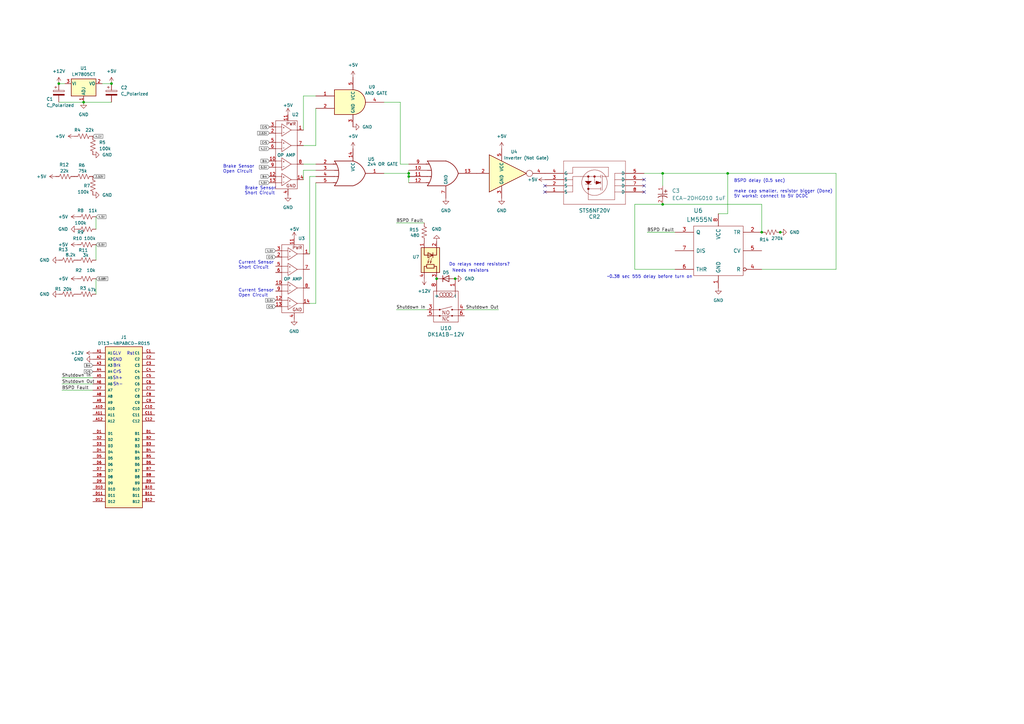
<source format=kicad_sch>
(kicad_sch (version 20230121) (generator eeschema)
  (paper "A3")
  (lib_symbols
    (symbol "1FS_2_Global_Symbol_Library:ECA-2DHG010" (pin_names (offset 0.254))
      (property "Reference" "C" (at 3.81 3.81 0))
      (property "Value" "ECA-2DHG010" (at 3.81 -3.81 0))
      (symbol "ECA-2DHG010_1_1"
        (polyline (pts (xy 1.5748 1.27) (xy 2.8448 1.27)) (stroke (width 0.2032)))
        (polyline (pts (xy 2.2098 0.635) (xy 2.2098 1.905)) (stroke (width 0.2032)))
        (polyline (pts (xy 2.54 0) (xy 3.4798 0)) (stroke (width 0.2032)))
        (polyline (pts (xy 3.4798 -1.905) (xy 3.4798 1.905)) (stroke (width 0.2032)))
        (polyline (pts (xy 4.1148 0) (xy 5.08 0)) (stroke (width 0.2032)))
        (arc (start 4.7541 1.9108) (mid 4.1148 0) (end 4.7541 -1.9108) (stroke (width 0.254)))
        (pin unspecified line (at 0 0 0) (length 2.54) (name "") (number "1"))
        (pin unspecified line (at 7.62 0 180) (length 2.54) (name "") (number "2"))
      )
      (symbol "ECA-2DHG010_1_2"
        (polyline (pts (xy -1.905 -3.4798) (xy 1.905 -3.4798)) (stroke (width 0.2032)))
        (polyline (pts (xy 0 -4.1148) (xy 0 -5.08)) (stroke (width 0.2032)))
        (polyline (pts (xy 0 -2.54) (xy 0 -3.4798)) (stroke (width 0.2032)))
        (polyline (pts (xy 0.635 -2.2098) (xy 1.905 -2.2098)) (stroke (width 0.2032)))
        (polyline (pts (xy 1.27 -1.5748) (xy 1.27 -2.8448)) (stroke (width 0.2032)))
        (arc (start 1.9108 -4.7541) (mid 0 -4.1148) (end -1.9108 -4.7541) (stroke (width 0.254)))
        (pin unspecified line (at 0 0 270) (length 2.54) (name "1") (number "1"))
        (pin unspecified line (at 0 -7.62 90) (length 2.54) (name "2") (number "2"))
      )
    )
    (symbol "1_ACC_BOARD:STS6NF20V" (pin_names (offset 0.254))
      (property "Reference" "CR" (at 20.32 10.16 0))
      (property "Value" "STS6NF20V" (at 20.32 7.62 0))
      (symbol "STS6NF20V_0_1"
        (polyline (pts (xy 7.62 -12.7) (xy 33.02 -12.7)) (stroke (width 0.127)))
        (polyline (pts (xy 7.62 -5.08) (xy 11.43 -5.08)) (stroke (width 0.127)))
        (polyline (pts (xy 7.62 -2.54) (xy 11.43 -2.54)) (stroke (width 0.127)))
        (polyline (pts (xy 7.62 0) (xy 11.43 0)) (stroke (width 0.127)))
        (polyline (pts (xy 7.62 5.08) (xy 7.62 -12.7)) (stroke (width 0.127)))
        (polyline (pts (xy 11.43 -10.16) (xy 11.43 -7.62)) (stroke (width 0.127)))
        (polyline (pts (xy 11.43 -7.62) (xy 7.62 -7.62)) (stroke (width 0.127)))
        (polyline (pts (xy 11.43 -6.35) (xy 14.605 -6.35)) (stroke (width 0.127)))
        (polyline (pts (xy 11.43 0) (xy 11.43 -6.35)) (stroke (width 0.127)))
        (polyline (pts (xy 16.51 -4.445) (xy 17.78 -3.175)) (stroke (width 0.127)))
        (polyline (pts (xy 16.51 -4.445) (xy 19.05 -4.445)) (stroke (width 0.127)))
        (polyline (pts (xy 16.51 -3.175) (xy 19.05 -3.175)) (stroke (width 0.127)))
        (polyline (pts (xy 17.78 -6.35) (xy 17.78 3.175)) (stroke (width 0.127)))
        (polyline (pts (xy 17.78 3.175) (xy 28.575 3.175)) (stroke (width 0.127)))
        (polyline (pts (xy 19.05 -4.445) (xy 17.78 -3.175)) (stroke (width 0.127)))
        (polyline (pts (xy 20.32 -3.81) (xy 20.32 -6.35)) (stroke (width 0.127)))
        (polyline (pts (xy 20.32 -3.81) (xy 22.86 -3.81)) (stroke (width 0.127)))
        (polyline (pts (xy 20.955 -4.445) (xy 22.86 -3.81)) (stroke (width 0.127)))
        (polyline (pts (xy 20.955 -3.175) (xy 20.955 -4.445)) (stroke (width 0.127)))
        (polyline (pts (xy 22.86 -6.985) (xy 22.86 -5.715)) (stroke (width 0.127)))
        (polyline (pts (xy 22.86 -6.35) (xy 14.605 -6.35)) (stroke (width 0.127)))
        (polyline (pts (xy 22.86 -4.445) (xy 22.86 -3.175)) (stroke (width 0.127)))
        (polyline (pts (xy 22.86 -3.81) (xy 20.955 -3.175)) (stroke (width 0.127)))
        (polyline (pts (xy 22.86 -1.905) (xy 22.86 -0.635)) (stroke (width 0.127)))
        (polyline (pts (xy 22.86 -1.27) (xy 17.78 -1.27)) (stroke (width 0.127)))
        (polyline (pts (xy 23.495 -6.35) (xy 26.035 -6.35)) (stroke (width 0.127)))
        (polyline (pts (xy 23.495 -0.635) (xy 23.495 -6.985)) (stroke (width 0.127)))
        (polyline (pts (xy 26.035 -10.16) (xy 11.43 -10.16)) (stroke (width 0.127)))
        (polyline (pts (xy 26.035 -6.35) (xy 26.035 -10.16)) (stroke (width 0.127)))
        (polyline (pts (xy 28.575 -7.62) (xy 33.02 -7.62)) (stroke (width 0.127)))
        (polyline (pts (xy 28.575 3.175) (xy 28.575 -7.62)) (stroke (width 0.127)))
        (polyline (pts (xy 33.02 -12.7) (xy 33.02 5.08)) (stroke (width 0.127)))
        (polyline (pts (xy 33.02 -5.08) (xy 28.575 -5.08)) (stroke (width 0.127)))
        (polyline (pts (xy 33.02 -2.54) (xy 28.575 -2.54)) (stroke (width 0.127)))
        (polyline (pts (xy 33.02 0) (xy 28.575 0)) (stroke (width 0.127)))
        (polyline (pts (xy 33.02 5.08) (xy 7.62 5.08)) (stroke (width 0.127)))
        (polyline (pts (xy 16.51 -4.445) (xy 17.78 -3.175) (xy 19.05 -4.445)) (fill (type outline)))
        (polyline (pts (xy 20.955 -3.175) (xy 20.955 -4.445) (xy 22.86 -3.81)) (fill (type outline)))
        (circle (center 17.78 -6.35) (radius 0.254) (stroke (width 0.381)))
        (circle (center 17.78 -1.27) (radius 0.254) (stroke (width 0.381)))
        (circle (center 20.32 -6.35) (radius 0.254) (stroke (width 0.381)))
        (circle (center 20.32 -3.81) (radius 5.2324) (stroke (width 0.127)))
        (pin unspecified line (at 0 0 0) (length 7.62) (name "S") (number "1"))
        (pin unspecified line (at 0 -2.54 0) (length 7.62) (name "S") (number "2"))
        (pin unspecified line (at 0 -5.08 0) (length 7.62) (name "S") (number "3"))
        (pin unspecified line (at 0 -7.62 0) (length 7.62) (name "G") (number "4"))
        (pin unspecified line (at 40.64 -7.62 180) (length 7.62) (name "D") (number "5"))
        (pin unspecified line (at 40.64 -5.08 180) (length 7.62) (name "D") (number "6"))
        (pin unspecified line (at 40.64 -2.54 180) (length 7.62) (name "D") (number "7"))
        (pin unspecified line (at 40.64 0 180) (length 7.62) (name "D") (number "8"))
      )
    )
    (symbol "1_Personal_FS_Library:4_Set_OpAmp"
      (property "Reference" "U" (at 0 0 0))
      (symbol "4_Set_OpAmp_0_1"
        (rectangle (start -5.08 13.97) (end 3.81 -13.97))
        (polyline (pts (xy -5.08 -11.43) (xy -2.54 -11.43)))
        (polyline (pts (xy -5.08 -8.89) (xy -2.54 -8.89)))
        (polyline (pts (xy -5.08 -5.08) (xy -2.54 -5.08)))
        (polyline (pts (xy -5.08 2.54) (xy -2.54 2.54)))
        (polyline (pts (xy -5.08 5.08) (xy -2.54 5.08)))
        (polyline (pts (xy -5.08 8.89) (xy -2.54 8.89)))
        (polyline (pts (xy -5.08 11.43) (xy -2.54 11.43)))
        (polyline (pts (xy -2.032 -11.176) (xy -1.524 -11.176)))
        (polyline (pts (xy -2.032 -4.826) (xy -1.524 -4.826)))
        (polyline (pts (xy -2.032 2.794) (xy -1.524 2.794)))
        (polyline (pts (xy -2.032 9.144) (xy -1.524 9.144)))
        (polyline (pts (xy 1.27 -10.16) (xy 3.81 -10.16)))
        (polyline (pts (xy 1.27 -3.81) (xy 3.81 -3.81)))
        (polyline (pts (xy 1.27 3.81) (xy 3.81 3.81)))
        (polyline (pts (xy 1.27 10.16) (xy 3.81 10.16)))
        (polyline (pts (xy -5.08 -2.54) (xy -2.54 -2.54) (xy -3.81 -2.54)))
        (polyline (pts (xy -2.54 -7.62) (xy 1.27 -10.16) (xy -2.54 -12.7) (xy -2.54 -7.62)))
        (polyline (pts (xy -2.54 -1.27) (xy 1.27 -3.81) (xy -2.54 -6.35) (xy -2.54 -1.27)))
        (polyline (pts (xy -2.54 6.35) (xy 1.27 3.81) (xy -2.54 1.27) (xy -2.54 6.35)))
        (polyline (pts (xy -2.54 12.7) (xy 1.27 10.16) (xy -2.54 7.62) (xy -2.54 12.7)))
        (polyline (pts (xy -1.778 -8.89) (xy -1.778 -9.398) (xy -1.778 -9.144) (xy -1.524 -9.144) (xy -2.032 -9.144) (xy -1.651 -9.144)))
        (polyline (pts (xy -1.778 -2.54) (xy -1.778 -3.048) (xy -1.778 -2.794) (xy -1.524 -2.794) (xy -2.032 -2.794) (xy -1.651 -2.794)))
        (polyline (pts (xy -1.778 5.08) (xy -1.778 4.572) (xy -1.778 4.826) (xy -1.524 4.826) (xy -2.032 4.826) (xy -1.651 4.826)))
        (polyline (pts (xy -1.778 11.43) (xy -1.778 10.922) (xy -1.778 11.176) (xy -1.524 11.176) (xy -2.032 11.176) (xy -1.651 11.176)))
      )
      (symbol "4_Set_OpAmp_1_1"
        (text "GND" (at 1.27 -12.7 0) (effects (font (size 1.27 1.27))))
        (text "PWR" (at 1.27 12.7 0) (effects (font (size 1.27 1.27))))
        (pin output line (at 6.35 10.16 180) (length 2.54) (name "") (number "1"))
        (pin input line (at -7.62 -2.54 0) (length 2.54) (name "") (number "10"))
        (pin power_in line (at 0 16.51 270) (length 2.54) (name "") (number "11"))
        (pin input line (at -7.62 -8.89 0) (length 2.54) (name "") (number "12"))
        (pin input line (at -7.62 -11.43 0) (length 2.54) (name "") (number "13"))
        (pin output line (at 6.35 -10.16 180) (length 2.54) (name "") (number "14"))
        (pin input line (at -7.62 8.89 0) (length 2.54) (name "") (number "2"))
        (pin input line (at -7.62 11.43 0) (length 2.54) (name "") (number "3"))
        (pin power_out line (at 0 -16.51 90) (length 2.54) (name "") (number "4"))
        (pin input line (at -7.62 5.08 0) (length 2.54) (name "") (number "5"))
        (pin input line (at -7.62 2.54 0) (length 2.54) (name "") (number "6"))
        (pin output line (at 6.35 3.81 180) (length 2.54) (name "") (number "7"))
        (pin output line (at 6.35 -3.81 180) (length 2.54) (name "") (number "8"))
        (pin input line (at -7.62 -5.08 0) (length 2.54) (name "") (number "9"))
      )
    )
    (symbol "1_Personal_FS_Library:CD4072BE"
      (property "Reference" "U" (at 0 0 0))
      (symbol "CD4072BE_0_1"
        (arc (start -15.24 -5.08) (mid -13.458 0) (end -15.24 5.08) (stroke (width 0.254)))
        (arc (start -7.62 -5.08) (mid -4.418 -3.202) (end -2.54 0) (stroke (width 0.254)))
        (arc (start -2.54 0) (mid -4.3929 3.2271) (end -7.62 5.08) (stroke (width 0.254)))
        (polyline (pts (xy -15.7734 -3.81) (xy -14.5034 -3.81)) (stroke (width 0.254)) (fill (type background)))
        (polyline (pts (xy -15.7734 3.81) (xy -14.5034 3.81)) (stroke (width 0.254)) (fill (type background)))
        (polyline (pts (xy -15.24 1.27) (xy -13.97 1.27)) (stroke (width 0.254)) (fill (type background)))
        (polyline (pts (xy -7.62 -5.08) (xy -15.24 -5.08)) (stroke (width 0.254)) (fill (type background)))
        (polyline (pts (xy -7.62 5.08) (xy -15.24 5.08)) (stroke (width 0.254)) (fill (type background)))
        (polyline (pts (xy 22.3266 -3.81) (xy 23.5966 -3.81)) (stroke (width 0.254)) (fill (type background)))
        (polyline (pts (xy 22.3266 3.81) (xy 23.5966 3.81)) (stroke (width 0.254)) (fill (type background)))
        (polyline (pts (xy 22.86 1.27) (xy 24.13 1.27)) (stroke (width 0.254)) (fill (type background)))
        (polyline (pts (xy 30.48 -5.08) (xy 22.86 -5.08)) (stroke (width 0.254)) (fill (type background)))
        (polyline (pts (xy 30.48 5.08) (xy 22.86 5.08)) (stroke (width 0.254)) (fill (type background)))
        (arc (start 22.86 -5.08) (mid 24.642 0) (end 22.86 5.08) (stroke (width 0.254)))
        (arc (start 30.48 -5.08) (mid 33.682 -3.202) (end 35.56 0) (stroke (width 0.254)))
        (arc (start 35.56 0) (mid 33.7071 3.2271) (end 30.48 5.08) (stroke (width 0.254)))
      )
      (symbol "CD4072BE_1_1"
        (polyline (pts (xy -15.24 -1.27) (xy -13.97 -1.27)) (stroke (width 0.254)) (fill (type outline)))
        (polyline (pts (xy -13.97 -1.27) (xy -13.589 -1.27)) (stroke (width 0.254)) (fill (type outline)))
        (polyline (pts (xy -13.97 1.27) (xy -13.589 1.27)) (stroke (width 0.254)) (fill (type outline)))
        (polyline (pts (xy 22.86 -1.27) (xy 24.13 -1.27)) (stroke (width 0.254)) (fill (type outline)))
        (polyline (pts (xy 24.13 -1.27) (xy 24.511 -1.27)) (stroke (width 0.254)) (fill (type outline)))
        (polyline (pts (xy 24.13 1.27) (xy 24.511 1.27)) (stroke (width 0.254)) (fill (type outline)))
        (pin output line (at 5.08 0 180) (length 7.62) (name "~") (number "1"))
        (pin input line (at 15.24 1.27 0) (length 7.62) (name "~") (number "10"))
        (pin input line (at 15.24 -1.27 0) (length 7.62) (name "~") (number "11"))
        (pin input line (at 15.24 -3.81 0) (length 7.62) (name "~") (number "12"))
        (pin output line (at 43.18 0 180) (length 7.62) (name "~") (number "13"))
        (pin power_in line (at -7.62 10.16 270) (length 5.08) (name "VCC") (number "14"))
        (pin input line (at -22.86 3.81 0) (length 7.62) (name "~") (number "2"))
        (pin input line (at -22.86 1.27 0) (length 7.62) (name "~") (number "3"))
        (pin input line (at -22.86 -1.27 0) (length 7.62) (name "~") (number "4"))
        (pin input line (at -22.86 -3.81 0) (length 7.62) (name "~") (number "5"))
        (pin power_in line (at 30.48 -10.16 90) (length 5.08) (name "GND") (number "7"))
        (pin input line (at 15.24 3.81 0) (length 7.62) (name "~") (number "9"))
      )
    )
    (symbol "1_Personal_FS_Library:DT13-48PABCD-R015" (pin_names (offset 1.016))
      (property "Reference" "J" (at -7.62 35.6108 0))
      (property "Value" "DT13-48PABCD-R015" (at -7.62 -38.1508 0))
      (symbol "DT13-48PABCD-R015_0_0"
        (rectangle (start -7.62 -33.02) (end 7.62 33.02) (stroke (width 0.254)) (fill (type background)))
        (pin passive line (at -12.7 30.48 0) (length 5.08) (name "A1") (number "A1"))
        (pin passive line (at -12.7 7.62 0) (length 5.08) (name "A10") (number "A10"))
        (pin passive line (at -12.7 5.08 0) (length 5.08) (name "A11") (number "A11"))
        (pin passive line (at -12.7 2.54 0) (length 5.08) (name "A12") (number "A12"))
        (pin passive line (at -12.7 27.94 0) (length 5.08) (name "A2") (number "A2"))
        (pin passive line (at -12.7 25.4 0) (length 5.08) (name "A3") (number "A3"))
        (pin passive line (at -12.7 22.86 0) (length 5.08) (name "A4") (number "A4"))
        (pin passive line (at -12.7 20.32 0) (length 5.08) (name "A5") (number "A5"))
        (pin passive line (at -12.7 17.78 0) (length 5.08) (name "A6") (number "A6"))
        (pin passive line (at -12.7 15.24 0) (length 5.08) (name "A7") (number "A7"))
        (pin passive line (at -12.7 12.7 0) (length 5.08) (name "A8") (number "A8"))
        (pin passive line (at -12.7 10.16 0) (length 5.08) (name "A9") (number "A9"))
        (pin passive line (at 12.7 -2.54 180) (length 5.08) (name "B1") (number "B1"))
        (pin passive line (at 12.7 -25.4 180) (length 5.08) (name "B10") (number "B10"))
        (pin passive line (at 12.7 -27.94 180) (length 5.08) (name "B11") (number "B11"))
        (pin passive line (at 12.7 -30.48 180) (length 5.08) (name "B12") (number "B12"))
        (pin passive line (at 12.7 -5.08 180) (length 5.08) (name "B2") (number "B2"))
        (pin passive line (at 12.7 -7.62 180) (length 5.08) (name "B3") (number "B3"))
        (pin passive line (at 12.7 -10.16 180) (length 5.08) (name "B4") (number "B4"))
        (pin passive line (at 12.7 -12.7 180) (length 5.08) (name "B5") (number "B5"))
        (pin passive line (at 12.7 -15.24 180) (length 5.08) (name "B6") (number "B6"))
        (pin passive line (at 12.7 -17.78 180) (length 5.08) (name "B7") (number "B7"))
        (pin passive line (at 12.7 -20.32 180) (length 5.08) (name "B8") (number "B8"))
        (pin passive line (at 12.7 -22.86 180) (length 5.08) (name "B9") (number "B9"))
        (pin passive line (at 12.7 30.48 180) (length 5.08) (name "C1") (number "C1"))
        (pin passive line (at 12.7 7.62 180) (length 5.08) (name "C10") (number "C10"))
        (pin passive line (at 12.7 5.08 180) (length 5.08) (name "C11") (number "C11"))
        (pin passive line (at 12.7 2.54 180) (length 5.08) (name "C12") (number "C12"))
        (pin passive line (at 12.7 27.94 180) (length 5.08) (name "C2") (number "C2"))
        (pin passive line (at 12.7 25.4 180) (length 5.08) (name "C3") (number "C3"))
        (pin passive line (at 12.7 22.86 180) (length 5.08) (name "C4") (number "C4"))
        (pin passive line (at 12.7 20.32 180) (length 5.08) (name "C5") (number "C5"))
        (pin passive line (at 12.7 17.78 180) (length 5.08) (name "C6") (number "C6"))
        (pin passive line (at 12.7 15.24 180) (length 5.08) (name "C7") (number "C7"))
        (pin passive line (at 12.7 12.7 180) (length 5.08) (name "C8") (number "C8"))
        (pin passive line (at 12.7 10.16 180) (length 5.08) (name "C9") (number "C9"))
        (pin passive line (at -12.7 -2.54 0) (length 5.08) (name "D1") (number "D1"))
        (pin passive line (at -12.7 -25.4 0) (length 5.08) (name "D10") (number "D10"))
        (pin passive line (at -12.7 -27.94 0) (length 5.08) (name "D11") (number "D11"))
        (pin passive line (at -12.7 -30.48 0) (length 5.08) (name "D12") (number "D12"))
        (pin passive line (at -12.7 -5.08 0) (length 5.08) (name "D2") (number "D2"))
        (pin passive line (at -12.7 -7.62 0) (length 5.08) (name "D3") (number "D3"))
        (pin passive line (at -12.7 -10.16 0) (length 5.08) (name "D4") (number "D4"))
        (pin passive line (at -12.7 -12.7 0) (length 5.08) (name "D5") (number "D5"))
        (pin passive line (at -12.7 -15.24 0) (length 5.08) (name "D6") (number "D6"))
        (pin passive line (at -12.7 -17.78 0) (length 5.08) (name "D7") (number "D7"))
        (pin passive line (at -12.7 -20.32 0) (length 5.08) (name "D8") (number "D8"))
        (pin passive line (at -12.7 -22.86 0) (length 5.08) (name "D9") (number "D9"))
      )
    )
    (symbol "2FS-1_Symbol Library:DK1A1B-12V" (pin_names (offset 1.016))
      (property "Reference" "U" (at -2.54 0 0))
      (property "Value" "DK1A1B-12V" (at 6.35 0 90))
      (symbol "DK1A1B-12V_0_0"
        (text "NC" (at 3.81 0 900) (effects (font (size 1.524 1.524))))
        (text "NO" (at 1.27 0 900) (effects (font (size 1.524 1.524))))
      )
      (symbol "DK1A1B-12V_0_1"
        (arc (start -6.35 -3.81) (mid -5.0855 -2.54) (end -6.35 -1.27) (stroke (width 0.1524)))
        (arc (start -6.35 -2.54) (mid -5.0855 -1.27) (end -6.35 0) (stroke (width 0.1524)))
        (arc (start -6.35 -1.27) (mid -6.9823 -1.905) (end -6.35 -2.54) (stroke (width 0.1524)))
        (arc (start -6.35 -1.27) (mid -5.0855 0) (end -6.35 1.27) (stroke (width 0.1524)))
        (arc (start -6.35 0) (mid -6.9823 -0.635) (end -6.35 -1.27) (stroke (width 0.1524)))
        (arc (start -6.35 0) (mid -5.0855 1.27) (end -6.35 2.54) (stroke (width 0.1524)))
        (arc (start -6.35 1.27) (mid -6.9823 0.635) (end -6.35 0) (stroke (width 0.1524)))
        (arc (start -6.35 1.27) (mid -5.0855 2.54) (end -6.35 3.81) (stroke (width 0.1524)))
        (arc (start -6.35 2.54) (mid -6.9823 1.905) (end -6.35 1.27) (stroke (width 0.1524)))
        (circle (center 0 -2.54) (radius 0.254) (stroke (width 0.1524)) (fill (type outline)))
        (polyline (pts (xy -7.62 -3.81) (xy -6.35 -3.81)) (stroke (width 0.1524)))
        (polyline (pts (xy -7.62 3.81) (xy -6.35 3.81)) (stroke (width 0.1524)))
        (polyline (pts (xy 0 -5.08) (xy 0 -2.54)) (stroke (width 0.1524)))
        (polyline (pts (xy 2.54 -5.08) (xy 2.54 5.08)) (stroke (width 0.1524)) (fill (type outline)))
        (polyline (pts (xy 0 5.08) (xy 0 2.54) (xy -1.27 -2.54)) (stroke (width 0.1524)))
        (circle (center 0 2.54) (radius 0.254) (stroke (width 0.1524)) (fill (type outline)))
        (circle (center 2.54 -2.54) (radius 0.254) (stroke (width 0.1524)) (fill (type outline)))
        (circle (center 2.54 2.54) (radius 0.254) (stroke (width 0.1524)) (fill (type outline)))
        (rectangle (start 5.08 5.08) (end -7.62 -5.08) (stroke (width 0.1524)))
      )
      (symbol "DK1A1B-12V_1_1"
        (pin power_in line (at -12.7 -3.81 0) (length 5.08) (name "-") (number "1"))
        (pin passive line (at 0 7.62 270) (length 2.54) (name "~") (number "3"))
        (pin passive line (at 0 -7.62 90) (length 2.54) (name "~") (number "4"))
        (pin passive line (at 2.54 7.62 270) (length 2.54) (name "~") (number "5"))
        (pin passive line (at 2.54 -7.62 90) (length 2.54) (name "~") (number "6"))
        (pin power_in line (at -12.7 3.81 0) (length 5.08) (name "+") (number "8"))
      )
    )
    (symbol "2FS-1_Symbol Library:LM555N" (pin_names (offset 1.016))
      (property "Reference" "U" (at 0 0 0))
      (property "Value" "LM555N" (at 0 2.54 0))
      (symbol "LM555N_0_0"
        (pin power_in line (at 0 -15.24 90) (length 5.08) (name "GND") (number "1"))
        (pin power_in line (at 0 15.24 270) (length 5.08) (name "VCC") (number "8"))
      )
      (symbol "LM555N_0_1"
        (rectangle (start -10.16 -10.16) (end 10.16 10.16))
      )
      (symbol "LM555N_1_1"
        (pin input line (at -17.78 7.62 0) (length 7.62) (name "TR") (number "2"))
        (pin output line (at 17.78 7.62 180) (length 7.62) (name "Q") (number "3"))
        (pin input inverted (at -17.78 -7.62 0) (length 7.62) (name "R") (number "4"))
        (pin input line (at -17.78 0 0) (length 7.62) (name "CV") (number "5"))
        (pin input line (at 17.78 -7.62 180) (length 7.62) (name "THR") (number "6"))
        (pin input line (at 17.78 0 180) (length 7.62) (name "DIS") (number "7"))
      )
    )
    (symbol "74xGxx:74AHC1G08"
      (property "Reference" "U" (at -2.54 3.81 0))
      (property "Value" "74AHC1G08" (at 0 -3.81 0))
      (symbol "74AHC1G08_0_1"
        (arc (start 0 -5.08) (mid 5.0579 0) (end 0 5.08) (stroke (width 0.254)) (fill (type background)))
        (polyline (pts (xy 0 -5.08) (xy -7.62 -5.08) (xy -7.62 5.08) (xy 0 5.08)) (stroke (width 0.254)) (fill (type background)))
      )
      (symbol "74AHC1G08_1_1"
        (pin input line (at -15.24 2.54 0) (length 7.62) (name "~") (number "1"))
        (pin input line (at -15.24 -2.54 0) (length 7.62) (name "~") (number "2"))
        (pin power_in line (at 0 -10.16 90) (length 5.08) (name "GND") (number "3"))
        (pin output line (at 12.7 0 180) (length 7.62) (name "~") (number "4"))
        (pin power_in line (at 0 10.16 270) (length 5.08) (name "VCC") (number "5"))
      )
    )
    (symbol "74xGxx:74LVC1GU04DRL"
      (property "Reference" "U" (at -5.08 10.16 0))
      (property "Value" "74LVC1GU04DRL" (at 17.78 10.16 0))
      (symbol "74LVC1GU04DRL_0_1"
        (rectangle (start -5.08 7.62) (end -5.08 -7.62) (stroke (width 0.254)) (fill (type background)))
        (polyline (pts (xy -5.08 -7.62) (xy 10.16 0) (xy -5.08 7.62)) (stroke (width 0.254)) (fill (type background)))
        (circle (center 11.43 0) (radius 1.27))
      )
      (symbol "74LVC1GU04DRL_1_1"
        (pin no_connect line (at 10.16 0 180) (length 5.08) hide (name "NC") (number "1"))
        (pin input line (at -10.16 0 0) (length 5.08) (name "~") (number "2"))
        (pin power_in line (at 0 -10.16 90) (length 5.08) (name "GND") (number "3"))
        (pin output line (at 17.78 0 180) (length 5.08) (name "~") (number "4"))
        (pin power_in line (at 0 10.16 270) (length 5.08) (name "VCC") (number "5"))
      )
    )
    (symbol "Device:C_Polarized" (pin_numbers hide) (pin_names (offset 0.254))
      (property "Reference" "C" (at 0.635 2.54 0))
      (property "Value" "C_Polarized" (at 0.635 -2.54 0))
      (symbol "C_Polarized_0_1"
        (rectangle (start -2.286 0.508) (end 2.286 1.016))
        (polyline (pts (xy -1.778 2.286) (xy -0.762 2.286)))
        (polyline (pts (xy -1.27 2.794) (xy -1.27 1.778)))
        (rectangle (start 2.286 -0.508) (end -2.286 -1.016) (fill (type outline)))
      )
      (symbol "C_Polarized_1_1"
        (pin passive line (at 0 3.81 270) (length 2.794) (name "~") (number "1"))
        (pin passive line (at 0 -3.81 90) (length 2.794) (name "~") (number "2"))
      )
    )
    (symbol "Device:D" (pin_numbers hide) (pin_names (offset 1.016) hide)
      (property "Reference" "D" (at 0 2.54 0))
      (property "Value" "D" (at 0 -2.54 0))
      (symbol "D_0_1"
        (polyline (pts (xy -1.27 1.27) (xy -1.27 -1.27)) (stroke (width 0.254)))
        (polyline (pts (xy 1.27 0) (xy -1.27 0)))
        (polyline (pts (xy 1.27 1.27) (xy 1.27 -1.27) (xy -1.27 0) (xy 1.27 1.27)) (stroke (width 0.254)))
      )
      (symbol "D_1_1"
        (pin passive line (at -3.81 0 0) (length 2.54) (name "K") (number "1"))
        (pin passive line (at 3.81 0 180) (length 2.54) (name "A") (number "2"))
      )
    )
    (symbol "Device:R_US" (pin_numbers hide) (pin_names (offset 0))
      (property "Reference" "R" (at 2.54 0 90))
      (property "Value" "R_US" (at -2.54 0 90))
      (symbol "R_US_0_1"
        (polyline (pts (xy 0 -2.286) (xy 0 -2.54)))
        (polyline (pts (xy 0 2.286) (xy 0 2.54)))
        (polyline (pts (xy 0 -0.762) (xy 1.016 -1.143) (xy 0 -1.524) (xy -1.016 -1.905) (xy 0 -2.286)))
        (polyline (pts (xy 0 0.762) (xy 1.016 0.381) (xy 0 0) (xy -1.016 -0.381) (xy 0 -0.762)))
        (polyline (pts (xy 0 2.286) (xy 1.016 1.905) (xy 0 1.524) (xy -1.016 1.143) (xy 0 0.762)))
      )
      (symbol "R_US_1_1"
        (pin passive line (at 0 3.81 270) (length 1.27) (name "~") (number "1"))
        (pin passive line (at 0 -3.81 90) (length 1.27) (name "~") (number "2"))
      )
    )
    (symbol "Isolator:NSL-32" (pin_names (offset 0.762) hide)
      (property "Reference" "U" (at 0 5.08 0))
      (property "Value" "NSL-32" (at 0 -5.08 0))
      (symbol "NSL-32_0_1"
        (rectangle (start -5.08 3.81) (end 5.08 -3.81) (stroke (width 0.254)) (fill (type background)))
        (polyline (pts (xy -5.08 2.54) (xy -2.54 2.54)) (stroke (width 0.254)))
        (polyline (pts (xy -2.794 -2.54) (xy -5.08 -2.54)) (stroke (width 0.254)))
        (polyline (pts (xy -1.016 -1.016) (xy -3.048 -1.016) (xy -3.048 -1.016)) (stroke (width 0.254)))
        (polyline (pts (xy -0.762 -0.508) (xy 1.27 0) (xy 1.27 0)))
        (polyline (pts (xy -0.762 0.508) (xy 1.27 1.016) (xy 1.27 1.016)))
        (polyline (pts (xy 2.54 -1.524) (xy 2.54 -2.54) (xy 5.08 -2.54)) (stroke (width 0.254)))
        (polyline (pts (xy 2.54 1.524) (xy 2.54 2.54) (xy 5.08 2.54)) (stroke (width 0.254)))
        (polyline (pts (xy -2.794 -2.54) (xy -2.032 -2.54) (xy -2.032 2.54) (xy -2.794 2.54)) (stroke (width 0.254)))
        (polyline (pts (xy 0.254 0) (xy 1.27 0) (xy 0.508 -0.508) (xy 0.508 -0.508)))
        (polyline (pts (xy 0.254 1.016) (xy 1.27 1.016) (xy 0.508 0.508) (xy 0.508 0.508)))
        (polyline (pts (xy -1.016 1.016) (xy -3.048 1.016) (xy -2.032 -1.016) (xy -1.016 1.016) (xy -1.016 1.016) (xy -1.016 1.016)) (stroke (width 0.254)))
        (rectangle (start 1.778 1.524) (end 3.302 -1.524) (stroke (width 0.254)))
      )
      (symbol "NSL-32_1_1"
        (pin passive line (at -7.62 2.54 0) (length 2.54) (name "A") (number "1"))
        (pin passive line (at -7.62 -2.54 0) (length 2.54) (name "K") (number "2"))
        (pin passive line (at 7.62 -2.54 180) (length 2.54) (name "R") (number "3"))
        (pin passive line (at 7.62 2.54 180) (length 2.54) (name "R") (number "4"))
      )
    )
    (symbol "Regulator_Linear:LM317_TO-252" (pin_names (offset 0.254))
      (property "Reference" "U" (at -3.81 3.175 0))
      (property "Value" "LM317_TO-252" (at 0 3.175 0))
      (symbol "LM317_TO-252_0_1"
        (rectangle (start -5.08 1.905) (end 5.08 -5.08) (stroke (width 0.254)) (fill (type background)))
      )
      (symbol "LM317_TO-252_1_1"
        (pin input line (at 0 -7.62 90) (length 2.54) (name "ADJ") (number "1"))
        (pin power_out line (at 7.62 0 180) (length 2.54) (name "VO") (number "2"))
        (pin power_in line (at -7.62 0 0) (length 2.54) (name "VI") (number "3"))
      )
    )
    (symbol "power:+12V" (power) (pin_names (offset 0))
      (property "Value" "+12V" (at 0 3.556 0))
      (symbol "+12V_0_1"
        (polyline (pts (xy -0.762 1.27) (xy 0 2.54)))
        (polyline (pts (xy 0 0) (xy 0 2.54)))
        (polyline (pts (xy 0 2.54) (xy 0.762 1.27)))
      )
      (symbol "+12V_1_1"
        (pin power_in line (at 0 0 90) (length 0) hide (name "+12V") (number "1"))
      )
    )
    (symbol "power:+5V" (power) (pin_names (offset 0))
      (property "Value" "+5V" (at 0 3.556 0))
      (symbol "+5V_0_1"
        (polyline (pts (xy -0.762 1.27) (xy 0 2.54)))
        (polyline (pts (xy 0 0) (xy 0 2.54)))
        (polyline (pts (xy 0 2.54) (xy 0.762 1.27)))
      )
      (symbol "+5V_1_1"
        (pin power_in line (at 0 0 90) (length 0) hide (name "+5V") (number "1"))
      )
    )
    (symbol "power:GND" (power) (pin_names (offset 0))
      (property "Value" "GND" (at 0 -3.81 0))
      (symbol "GND_0_1"
        (polyline (pts (xy 0 0) (xy 0 -1.27) (xy 1.27 -1.27) (xy 0 -2.54) (xy -1.27 -1.27) (xy 0 -1.27)))
      )
      (symbol "GND_1_1"
        (pin power_in line (at 0 0 270) (length 0) hide (name "GND") (number "1"))
      )
    )
  )
  (junction (at 45.72 34.29))
  (junction (at 179.07 114.3))
  (junction (at 167.64 71.12))
  (junction (at 271.78 71.12))
  (junction (at 24.13 34.29))
  (junction (at 186.69 114.3))
  (junction (at 271.78 83.82))
  (junction (at 34.29 41.91))
  (junction (at 320.04 95.25))
  (junction (at 298.45 71.12))
  (junction (at 167.64 72.39))
  (junction (at 312.42 95.25))
  (no_connect (at 264.16 76.2))
  (no_connect (at 223.52 78.74))
  (no_connect (at 223.52 76.2))
  (no_connect (at 264.16 73.66))
  (no_connect (at 264.16 78.74))
  (wire (pts (xy 260.35 110.49) (xy 276.86 110.49)))
  (wire (pts (xy 162.56 127) (xy 175.26 127)))
  (wire (pts (xy 129.54 72.39) (xy 127 72.39)))
  (wire (pts (xy 129.54 59.69) (xy 129.54 44.45)))
  (wire (pts (xy 25.4 154.94) (xy 38.1 154.94)))
  (wire (pts (xy 271.78 71.12) (xy 298.45 71.12)))
  (wire (pts (xy 298.45 71.12) (xy 342.9 71.12)))
  (wire (pts (xy 162.56 91.44) (xy 173.99 91.44)))
  (wire (pts (xy 167.64 72.39) (xy 167.64 74.93)))
  (wire (pts (xy 164.211 41.91) (xy 157.48 41.91)))
  (wire (pts (xy 129.54 69.85) (xy 124.46 69.85)))
  (wire (pts (xy 124.46 39.37) (xy 124.46 53.34)))
  (wire (pts (xy 129.54 74.93) (xy 129.54 124.46)))
  (wire (pts (xy 264.16 71.12) (xy 271.78 71.12)))
  (wire (pts (xy 129.54 124.46) (xy 127 124.46)))
  (wire (pts (xy 24.13 41.91) (xy 34.29 41.91)))
  (wire (pts (xy 298.45 71.12) (xy 298.45 87.63)))
  (wire (pts (xy 34.29 41.91) (xy 45.72 41.91)))
  (wire (pts (xy 41.91 34.29) (xy 45.72 34.29)))
  (wire (pts (xy 164.211 41.91) (xy 164.211 67.31)))
  (wire (pts (xy 124.46 59.69) (xy 129.54 59.69)))
  (wire (pts (xy 25.4 160.02) (xy 38.1 160.02)))
  (wire (pts (xy 39.37 100.33) (xy 39.37 106.68)))
  (wire (pts (xy 271.78 71.12) (xy 271.78 76.2)))
  (wire (pts (xy 124.46 67.31) (xy 129.54 67.31)))
  (wire (pts (xy 167.64 71.12) (xy 167.64 72.39)))
  (wire (pts (xy 320.04 95.25) (xy 320.04 95.123)))
  (wire (pts (xy 39.37 88.9) (xy 39.37 93.98)))
  (wire (pts (xy 39.37 114.3) (xy 39.37 120.65)))
  (wire (pts (xy 271.78 83.82) (xy 312.42 83.82)))
  (wire (pts (xy 298.45 87.63) (xy 294.64 87.63)))
  (wire (pts (xy 265.43 95.25) (xy 276.86 95.25)))
  (wire (pts (xy 342.9 110.49) (xy 342.9 71.12)))
  (wire (pts (xy 129.54 39.37) (xy 124.46 39.37)))
  (wire (pts (xy 167.64 69.85) (xy 167.64 71.12)))
  (wire (pts (xy 260.35 83.82) (xy 260.35 110.49)))
  (wire (pts (xy 157.48 71.12) (xy 167.64 71.12)))
  (wire (pts (xy 204.47 127) (xy 190.5 127)))
  (wire (pts (xy 312.42 83.82) (xy 312.42 95.25)))
  (wire (pts (xy 25.4 157.48) (xy 38.1 157.48)))
  (wire (pts (xy 312.42 110.49) (xy 342.9 110.49)))
  (wire (pts (xy 164.211 67.31) (xy 167.64 67.31)))
  (wire (pts (xy 124.46 69.85) (xy 124.46 73.66)))
  (wire (pts (xy 127 72.39) (xy 127 104.14)))
  (wire (pts (xy 260.35 83.82) (xy 271.78 83.82)))
  (wire (pts (xy 24.13 34.29) (xy 26.67 34.29)))
  (text "make cap smaller, resistor bigger (Done)\n5V works!; connect to 5V DCDC" (at 300.99 81.28 0) (effects (font (size 1.27 1.27)) (justify left bottom)))
  (text "CrS" (at 46.355 153.289 0) (effects (font (size 1.27 1.27)) (justify left bottom)))
  (text "GLV" (at 46.101 145.796 0) (effects (font (size 1.27 1.27)) (justify left bottom)))
  (text "Sh+" (at 46.228 155.829 0) (effects (font (size 1.27 1.27)) (justify left bottom)))
  (text "Brake Sensor\nShort Circuit\n" (at 100.33 80.01 0) (effects (font (size 1.27 1.27)) (justify left bottom)))
  (text "Brake Sensor\nOpen Circuit\n" (at 91.44 71.12 0) (effects (font (size 1.27 1.27)) (justify left bottom)))
  (text "Sh-" (at 46.355 158.369 0) (effects (font (size 1.27 1.27)) (justify left bottom)))
  (text "Needs resistors\n" (at 185.42 111.76 0) (effects (font (size 1.27 1.27)) (justify left bottom)))
  (text "2/12/2024" (at 504.063 404.114 0) (effects (font (size 1.27 1.27)) (justify left bottom)))
  (text "Current Sensor\nShort Circuit\n" (at 97.79 110.49 0) (effects (font (size 1.27 1.27)) (justify left bottom)))
  (text "~0.38 sec 555 delay before turn on" (at 248.92 114.3 0) (effects (font (size 1.27 1.27)) (justify left bottom)))
  (text "Brake System Plausability Device" (at 483.743 400.304 0) (effects (font (size 1.27 1.27)) (justify left bottom)))
  (text "GND" (at 46.101 148.336 0) (effects (font (size 1.27 1.27)) (justify left bottom)))
  (text "Current Sensor\nOpen Circuit\n" (at 97.79 121.92 0) (effects (font (size 1.27 1.27)) (justify left bottom)))
  (text "Do relays need resistors?\n" (at 184.15 109.22 0) (effects (font (size 1.27 1.27)) (justify left bottom)))
  (text "BSPD delay (0.5 sec)" (at 300.99 74.93 0) (effects (font (size 1.27 1.27)) (justify left bottom)))
  (text "Brk" (at 46.355 150.749 0) (effects (font (size 1.27 1.27)) (justify left bottom)))
  (text "FS2 4.0\n" (at 565.023 404.114 0) (effects (font (size 1.27 1.27)) (justify left bottom)))
  (text "Rst" (at 51.943 145.796 0) (effects (font (size 1.27 1.27)) (justify left bottom)))
  (label "BSPD Fault" (at 162.56 91.44 0))
  (label "Shutdown Out" (at 204.47 127 180))
  (label "BSPD Fault" (at 265.43 95.25 0))
  (label "BSPD Fault" (at 25.4 160.02 0))
  (label "Shutdown In" (at 25.4 154.94 0))
  (label "Shutdown In" (at 162.56 127 0))
  (label "Shutdown Out" (at 25.4 157.48 0))
  (global_label "4.5V" (shape input) (at 110.49 74.93 180) (effects (font (size 0.8 0.8))) (property "Intersheetrefs" "${INTERSHEET_REFS}" (effects hide)))
  (global_label "CrS" (shape input) (at 113.03 125.73 180) (effects (font (size 0.8 0.8))) (property "Intersheetrefs" "${INTERSHEET_REFS}" (effects hide)))
  (global_label "0.5V" (shape input) (at 39.37 100.33 0) (effects (font (size 0.8 0.8))) (property "Intersheetrefs" "${INTERSHEET_REFS}" (effects hide)))
  (global_label "CrS" (shape input) (at 113.03 105.41 180) (effects (font (size 0.8 0.8))) (property "Intersheetrefs" "${INTERSHEET_REFS}" (effects hide)))
  (global_label "2.53V" (shape input) (at 110.49 54.61 180) (effects (font (size 0.8 0.8))) (property "Intersheetrefs" "${INTERSHEET_REFS}" (effects hide)))
  (global_label "CrS" (shape input) (at 110.49 52.07 180) (effects (font (size 0.8 0.8))) (property "Intersheetrefs" "${INTERSHEET_REFS}" (effects hide)))
  (global_label "0.5V" (shape input) (at 110.49 68.58 180) (effects (font (size 0.8 0.8))) (property "Intersheetrefs" "${INTERSHEET_REFS}" (effects hide)))
  (global_label "4.1V" (shape input) (at 110.49 60.96 180) (effects (font (size 0.8 0.8))) (property "Intersheetrefs" "${INTERSHEET_REFS}" (effects hide)))
  (global_label "0.68V" (shape input) (at 39.37 114.3 0) (effects (font (size 0.8 0.8))) (property "Intersheetrefs" "${INTERSHEET_REFS}" (effects hide)))
  (global_label "CrS" (shape input) (at 110.49 58.42 180) (effects (font (size 0.8 0.8))) (property "Intersheetrefs" "${INTERSHEET_REFS}" (effects hide)))
  (global_label "4.5V" (shape input) (at 113.03 102.87 180) (effects (font (size 0.8 0.8))) (property "Intersheetrefs" "${INTERSHEET_REFS}" (effects hide)))
  (global_label "CrS" (shape input) (at 38.1 152.4 180) (effects (font (size 0.8 0.8))) (property "Intersheetrefs" "${INTERSHEET_REFS}" (effects hide)))
  (global_label "4.5V" (shape input) (at 39.37 88.9 0) (effects (font (size 0.8 0.8))) (property "Intersheetrefs" "${INTERSHEET_REFS}" (effects hide)))
  (global_label "2.53V" (shape input) (at 38.1 72.39 0) (effects (font (size 0.8 0.8))) (property "Intersheetrefs" "${INTERSHEET_REFS}" (effects hide)))
  (global_label "0.5V" (shape input) (at 113.03 123.19 180) (effects (font (size 0.8 0.8))) (property "Intersheetrefs" "${INTERSHEET_REFS}" (effects hide)))
  (global_label "Brk" (shape input) (at 110.49 72.39 180) (effects (font (size 0.8 0.8))) (property "Intersheetrefs" "${INTERSHEET_REFS}" (effects hide)))
  (global_label "Brk" (shape input) (at 38.1 149.86 180) (effects (font (size 0.8 0.8))) (property "Intersheetrefs" "${INTERSHEET_REFS}" (effects hide)))
  (global_label "Brk" (shape input) (at 110.49 66.04 180) (effects (font (size 0.8 0.8))) (property "Intersheetrefs" "${INTERSHEET_REFS}" (effects hide)))
  (global_label "4.1V" (shape input) (at 38.1 55.88 0) (effects (font (size 0.8 0.8))) (property "Intersheetrefs" "${INTERSHEET_REFS}" (effects hide)))
  (symbol (lib_id "Device:R_US") (at 35.56 106.68 270) (unit 1)
    (property "Reference" "R11" (at 34.163 102.616 90))
    (property "Value" "3k" (at 35.179 104.648 90))
    (property "Footprint" "Resistor_THT:R_Axial_DIN0207_L6.3mm_D2.5mm_P10.16mm_Horizontal" (effects hide))
  )
  (symbol (lib_id "power:+5V") (at 31.75 100.33 90) (unit 1)
    (property "Reference" "#PWR05" (effects hide))
    (property "Value" "+5V" (at 27.94 100.33 90) (effects (justify left)))
  )
  (symbol (lib_id "power:+5V") (at 120.65 97.79 0) (unit 1)
    (property "Reference" "#PWR014" (effects hide))
    (property "Value" "+5V" (at 120.65 93.98 0))
  )
  (symbol (lib_id "power:GND") (at 38.1 63.5 90) (unit 1)
    (property "Reference" "#PWR022" (effects hide))
    (property "Value" "GND" (at 41.91 63.5 90) (effects (justify right)))
  )
  (symbol (lib_id "1FS_2_Global_Symbol_Library:ECA-2DHG010") (at 271.78 76.2 270) (unit 1)
    (property "Reference" "C3" (at 275.59 78.2574 90) (effects (font (size 1.524 1.524)) (justify left)))
    (property "Value" "ECA-2DHG010 1uF" (at 275.59 81.28 90) (effects (font (size 1.524 1.524)) (justify left)))
    (property "Footprint" "PCAP_63x112_PAN" (effects hide))
    (property "Datasheet" "ECA-2DHG010" (effects hide))
  )
  (symbol (lib_id "power:GND") (at 205.74 81.28 0) (unit 1)
    (property "Reference" "#PWR017" (effects hide))
    (property "Value" "GND" (at 205.74 86.36 0))
  )
  (symbol (lib_id "2FS-1_Symbol Library:LM555N") (at 294.64 102.87 0) (mirror y) (unit 1)
    (property "Reference" "U6" (at 288.29 86.36 0) (effects (font (size 1.778 1.778)) (justify left)))
    (property "Value" "LM555N" (at 292.2713 90.043 0) (effects (font (size 1.778 1.778)) (justify left)))
    (property "Footprint" "Package_DIP:DIP-8_W7.62mm" (effects hide))
    (property "Datasheet" "https://www.ti.com/lit/ds/symlink/lm555.pdf?HQS=dis-dk-null-digikeymode-dsf-pf-null-wwe&ts=1707105995044&ref_url=https%253A%252F%252Fwww.ti.com%252Fgeneral%252Fdocs%252Fsuppproductinfo.tsp%253FdistId%253D10%2526gotoUrl%253Dhttps%253A%252F%252Fwww.ti.com%252Flit%252Fgpn%252Flm555" (effects hide))
  )
  (symbol (lib_id "1_Personal_FS_Library:4_Set_OpAmp") (at 120.65 114.3 0) (unit 1)
    (property "Reference" "U3" (at 122.3011 97.79 0) (effects (justify left)))
    (property "Value" "OP AMP" (at 120.142 114.427 0))
    (property "Footprint" "Package_DIP:DIP-14_W7.62mm" (effects hide))
  )
  (symbol (lib_id "Isolator:NSL-32") (at 176.53 106.68 90) (mirror x) (unit 1)
    (property "Reference" "U7" (at 171.958 105.41 90) (effects (justify left)))
    (property "Value" "NSL-32" (effects hide))
    (property "Footprint" "1FS_2_Global_Footprint_Library:OptoCoupler 6-SOP" (effects hide))
    (property "Datasheet" "https://www.mouser.com/datasheet/2/408/TLP3122A_datasheet_en_20181025-1320885.pdf" (effects hide))
  )
  (symbol (lib_id "power:+5V") (at 22.86 72.39 90) (unit 1)
    (property "Reference" "#PWR07" (effects hide))
    (property "Value" "+5V" (at 19.05 72.39 90) (effects (justify left)))
  )
  (symbol (lib_id "Device:R_US") (at 35.56 100.33 90) (unit 1)
    (property "Reference" "R10" (at 31.75 97.79 90))
    (property "Value" "100k" (at 36.83 97.79 90))
    (property "Footprint" "Resistor_THT:R_Axial_DIN0207_L6.3mm_D2.5mm_P10.16mm_Horizontal" (effects hide))
  )
  (symbol (lib_id "Regulator_Linear:LM317_TO-252") (at 34.29 34.29 0) (unit 1)
    (property "Reference" "U1" (at 34.29 27.94 0))
    (property "Value" "LM7805CT" (at 34.29 30.48 0))
    (property "Footprint" "1FS_2_Global_Footprint_Library:Basic 3 Hole" (effects hide))
    (property "Datasheet" "https://www.ti.com/lit/ds/symlink/lm7800.pdf" (effects hide))
  )
  (symbol (lib_id "74xGxx:74LVC1GU04DRL") (at 205.74 71.12 0) (unit 1)
    (property "Reference" "U4" (at 210.82 62.23 0))
    (property "Value" "Inverter (Not Gate)" (at 215.9 64.77 0))
    (property "Footprint" "Package_SO:TSSOP-14_4.4x5mm_P0.65mm" (effects hide))
    (property "Datasheet" "http://www.ti.com/lit/ds/symlink/sn74lvc1gu04.pdf" (effects hide))
  )
  (symbol (lib_id "power:GND") (at 118.11 80.01 0) (unit 1)
    (property "Reference" "#PWR020" (effects hide))
    (property "Value" "GND" (at 118.11 85.09 0))
  )
  (symbol (lib_id "power:GND") (at 144.78 52.07 90) (unit 1)
    (property "Reference" "#PWR021" (effects hide))
    (property "Value" "GND" (at 148.59 52.07 90) (effects (justify right)))
  )
  (symbol (lib_id "Device:R_US") (at 38.1 59.69 0) (unit 1)
    (property "Reference" "R5" (at 40.64 58.42 0) (effects (justify left)))
    (property "Value" "100k" (at 40.64 60.96 0) (effects (justify left)))
    (property "Footprint" "Resistor_THT:R_Axial_DIN0207_L6.3mm_D2.5mm_P10.16mm_Horizontal" (effects hide))
  )
  (symbol (lib_id "power:+5V") (at 205.74 60.96 0) (unit 1)
    (property "Reference" "#PWR013" (effects hide))
    (property "Value" "+5V" (at 205.74 55.88 0))
  )
  (symbol (lib_id "Device:R_US") (at 27.94 106.68 270) (unit 1)
    (property "Reference" "R13" (at 25.908 102.362 90))
    (property "Value" "8.2k" (at 28.956 104.521 90))
    (property "Footprint" "Resistor_THT:R_Axial_DIN0207_L6.3mm_D2.5mm_P10.16mm_Horizontal" (effects hide))
  )
  (symbol (lib_id "power:+5V") (at 118.11 46.99 0) (unit 1)
    (property "Reference" "#PWR010" (effects hide))
    (property "Value" "+5V" (at 118.11 43.18 0))
  )
  (symbol (lib_id "Device:R_US") (at 35.56 93.98 270) (unit 1)
    (property "Reference" "R9" (at 33.02 95.25 90))
    (property "Value" "100k" (at 33.02 91.44 90))
    (property "Footprint" "Resistor_THT:R_Axial_DIN0207_L6.3mm_D2.5mm_P10.16mm_Horizontal" (effects hide))
  )
  (symbol (lib_id "power:GND") (at 31.75 93.98 270) (unit 1)
    (property "Reference" "#PWR024" (effects hide))
    (property "Value" "GND" (at 27.94 93.98 90) (effects (justify right)))
  )
  (symbol (lib_id "power:+5V") (at 31.75 88.9 90) (unit 1)
    (property "Reference" "#PWR06" (effects hide))
    (property "Value" "+5V" (at 27.94 88.9 90) (effects (justify left)))
  )
  (symbol (lib_id "power:GND") (at 186.69 114.3 90) (unit 1)
    (property "Reference" "#PWR016" (effects hide))
    (property "Value" "GND" (at 190.5 114.3 90) (effects (justify right)))
  )
  (symbol (lib_id "power:GND") (at 24.13 106.68 270) (unit 1)
    (property "Reference" "#PWR025" (effects hide))
    (property "Value" "GND" (at 20.32 106.68 90) (effects (justify right)))
  )
  (symbol (lib_id "Device:R_US") (at 38.1 76.2 180) (unit 1)
    (property "Reference" "R7" (at 34.29 76.2 0) (effects (justify right)))
    (property "Value" "100k" (at 31.75 78.74 0) (effects (justify right)))
    (property "Footprint" "Resistor_THT:R_Axial_DIN0207_L6.3mm_D2.5mm_P10.16mm_Horizontal" (effects hide))
  )
  (symbol (lib_id "Device:R_US") (at 35.56 88.9 90) (unit 1)
    (property "Reference" "R8" (at 33.02 86.36 90))
    (property "Value" "11k" (at 38.1 86.36 90))
    (property "Footprint" "Resistor_THT:R_Axial_DIN0207_L6.3mm_D2.5mm_P10.16mm_Horizontal" (effects hide))
  )
  (symbol (lib_id "power:GND") (at 320.04 95.25 90) (unit 1)
    (property "Reference" "#PWR033" (effects hide))
    (property "Value" "GND" (at 323.85 95.25 90) (effects (justify right)))
  )
  (symbol (lib_id "power:GND") (at 120.65 130.81 0) (unit 1)
    (property "Reference" "#PWR019" (effects hide))
    (property "Value" "GND" (at 120.65 135.89 0))
  )
  (symbol (lib_id "Device:R_US") (at 34.29 55.88 90) (unit 1)
    (property "Reference" "R4" (at 31.75 53.34 90))
    (property "Value" "22k" (at 36.83 53.34 90))
    (property "Footprint" "Resistor_THT:R_Axial_DIN0207_L6.3mm_D2.5mm_P10.16mm_Horizontal" (effects hide))
  )
  (symbol (lib_id "2FS-1_Symbol Library:DK1A1B-12V") (at 182.88 127 90) (mirror x) (unit 1)
    (property "Reference" "U10" (at 182.88 134.62 90) (effects (font (size 1.524 1.524))))
    (property "Value" "DK1A1B-12V" (at 182.88 137.16 90) (effects (font (size 1.524 1.524))))
    (property "Footprint" "1FS_2_Global_Footprint_Library:RELAY_DK2A_PAN" (effects hide))
  )
  (symbol (lib_id "power:+5V") (at 144.78 60.96 0) (unit 1)
    (property "Reference" "#PWR012" (effects hide))
    (property "Value" "+5V" (at 144.78 55.88 0))
  )
  (symbol (lib_id "74xGxx:74AHC1G08") (at 144.78 41.91 0) (unit 1)
    (property "Reference" "U9" (at 152.527 35.687 0))
    (property "Value" "AND GATE" (at 154.305 38.227 0))
    (property "Footprint" "Package_DIP:DIP-14_W7.62mm" (effects hide))
    (property "Datasheet" "http://www.ti.com/lit/sg/scyt129e/scyt129e.pdf" (effects hide))
  )
  (symbol (lib_id "Device:C_Polarized") (at 45.72 38.1 0) (unit 1)
    (property "Reference" "C2" (at 49.53 35.941 0) (effects (justify left)))
    (property "Value" "C_Polarized" (at 49.53 38.481 0) (effects (justify left)))
    (property "Footprint" "1FS_2_Global_Footprint_Library:Basic 2 Hole" (effects hide))
  )
  (symbol (lib_id "power:+5V") (at 31.75 114.3 90) (unit 1)
    (property "Reference" "#PWR04" (effects hide))
    (property "Value" "+5V" (at 27.94 114.3 90) (effects (justify left)))
  )
  (symbol (lib_id "power:GND") (at 24.13 120.65 270) (unit 1)
    (property "Reference" "#PWR026" (effects hide))
    (property "Value" "GND" (at 20.32 120.65 90) (effects (justify right)))
  )
  (symbol (lib_id "power:GND") (at 179.07 99.06 180) (unit 1)
    (property "Reference" "#PWR015" (effects hide))
    (property "Value" "GND" (at 179.07 93.98 0))
  )
  (symbol (lib_id "Device:R_US") (at 35.56 114.3 270) (unit 1)
    (property "Reference" "R2" (at 32.258 110.871 90))
    (property "Value" "10k" (at 37.338 110.871 90))
    (property "Footprint" "Resistor_THT:R_Axial_DIN0207_L6.3mm_D2.5mm_P10.16mm_Horizontal" (effects hide))
  )
  (symbol (lib_id "power:+12V") (at 38.1 144.78 90) (unit 1)
    (property "Reference" "#PWR02" (effects hide))
    (property "Value" "+12V" (at 34.29 144.78 90) (effects (justify left)))
  )
  (symbol (lib_id "power:+5V") (at 30.48 55.88 90) (unit 1)
    (property "Reference" "#PWR08" (effects hide))
    (property "Value" "+5V" (at 26.67 55.88 90) (effects (justify left)))
  )
  (symbol (lib_id "1_Personal_FS_Library:DT13-48PABCD-R015") (at 50.8 175.26 0) (unit 1)
    (property "Reference" "J1" (at 50.8 138.303 0))
    (property "Value" "DT13-48PABCD-R015" (at 50.8 140.843 0))
    (property "Footprint" "1FS_2_Global_Footprint_Library:TE_DT13-48PABCD-R015" (effects hide))
    (property "PARTREV" "NC" (effects hide))
    (property "MF" "TE Connectivity" (effects hide))
    (property "STANDARD" "Manufacturer Recommendations" (effects hide))
  )
  (symbol (lib_id "Device:D") (at 182.88 114.3 0) (unit 1)
    (property "Reference" "D5" (at 182.88 111.76 0))
    (property "Value" "D" (effects hide))
    (property "Footprint" "Diode_THT:D_DO-41_SOD81_P10.16mm_Horizontal" (effects hide))
    (property "Sim.Device" "D" (effects hide))
    (property "Sim.Pins" "1=K 2=A" (effects hide))
  )
  (symbol (lib_id "Device:R_US") (at 26.67 72.39 90) (unit 1)
    (property "Reference" "R12" (at 26.289 67.564 90))
    (property "Value" "22k" (at 26.416 70.104 90))
    (property "Footprint" "Resistor_THT:R_Axial_DIN0207_L6.3mm_D2.5mm_P10.16mm_Horizontal" (effects hide))
  )
  (symbol (lib_id "Device:C_Polarized") (at 24.13 38.1 0) (unit 1)
    (property "Reference" "C1" (at 19.05 40.64 0) (effects (justify left)))
    (property "Value" "C_Polarized" (at 19.05 43.18 0) (effects (justify left)))
    (property "Footprint" "1FS_2_Global_Footprint_Library:Basic 2 Hole" (effects hide))
  )
  (symbol (lib_id "Device:R_US") (at 35.56 120.65 90) (unit 1)
    (property "Reference" "R3" (at 34.036 118.237 90))
    (property "Value" "47k" (at 37.719 118.872 90))
    (property "Footprint" "Resistor_THT:R_Axial_DIN0207_L6.3mm_D2.5mm_P10.16mm_Horizontal" (effects hide))
  )
  (symbol (lib_id "1_ACC_BOARD:STS6NF20V") (at 223.52 78.74 0) (mirror x) (unit 1)
    (property "Reference" "CR2" (at 243.84 88.9 0) (effects (font (size 1.524 1.524))))
    (property "Value" "STS6NF20V" (at 243.84 86.36 0) (effects (font (size 1.524 1.524))))
    (property "Footprint" "1FS_2_Global_Footprint_Library:SO-8_STM" (effects hide))
    (property "Datasheet" "STS6NF20V" (effects hide))
  )
  (symbol (lib_id "1_Personal_FS_Library:CD4072BE") (at 152.4 71.12 0) (unit 1)
    (property "Reference" "U5" (at 150.876 65.278 0) (effects (justify left)))
    (property "Value" "2x4 OR GATE" (at 156.972 67.31 0))
    (property "Footprint" "Package_DIP:DIP-14_W7.62mm" (effects hide))
  )
  (symbol (lib_id "power:GND") (at 34.29 41.91 0) (unit 1)
    (property "Reference" "#PWR028" (effects hide))
    (property "Value" "GND" (at 34.29 46.99 0))
  )
  (symbol (lib_id "power:GND") (at 182.88 81.28 0) (unit 1)
    (property "Reference" "#PWR018" (effects hide))
    (property "Value" "GND" (at 182.88 86.36 0))
  )
  (symbol (lib_id "Device:R_US") (at 27.94 120.65 90) (unit 1)
    (property "Reference" "R1" (at 23.876 118.491 90))
    (property "Value" "20k" (at 27.686 118.618 90))
    (property "Footprint" "Resistor_THT:R_Axial_DIN0207_L6.3mm_D2.5mm_P10.16mm_Horizontal" (effects hide))
  )
  (symbol (lib_id "power:GND") (at 38.1 80.01 90) (unit 1)
    (property "Reference" "#PWR023" (effects hide))
    (property "Value" "GND" (at 41.91 80.01 90) (effects (justify right)))
  )
  (symbol (lib_id "power:GND") (at 38.1 147.32 270) (unit 1)
    (property "Reference" "#PWR027" (effects hide))
    (property "Value" "GND" (at 34.29 147.32 90) (effects (justify right)))
  )
  (symbol (lib_id "power:GND") (at 294.64 118.11 0) (unit 1)
    (property "Reference" "#PWR031" (effects hide))
    (property "Value" "GND" (at 294.64 123.19 0))
  )
  (symbol (lib_id "Device:R_US") (at 173.99 95.25 180) (unit 1)
    (property "Reference" "R15" (at 169.799 94.234 0))
    (property "Value" "480" (at 170.18 96.52 0))
    (property "Footprint" "Resistor_THT:R_Axial_DIN0207_L6.3mm_D2.5mm_P10.16mm_Horizontal" (effects hide))
  )
  (symbol (lib_id "Device:R_US") (at 316.23 95.25 90) (mirror x) (unit 1)
    (property "Reference" "R14" (at 313.436 98.298 90))
    (property "Value" "270k" (at 318.77 97.79 90))
    (property "Footprint" "Resistor_THT:R_Axial_DIN0207_L6.3mm_D2.5mm_P10.16mm_Horizontal" (effects hide))
  )
  (symbol (lib_id "power:+5V") (at 45.72 34.29 0) (unit 1)
    (property "Reference" "#PWR09" (effects hide))
    (property "Value" "+5V" (at 45.72 29.21 0))
  )
  (symbol (lib_id "power:+12V") (at 24.13 34.29 0) (unit 1)
    (property "Reference" "#PWR03" (effects hide))
    (property "Value" "+12V" (at 24.13 29.21 0))
  )
  (symbol (lib_id "power:+5V") (at 144.78 31.75 0) (unit 1)
    (property "Reference" "#PWR011" (effects hide))
    (property "Value" "+5V" (at 144.78 26.67 0))
  )
  (symbol (lib_id "1_Personal_FS_Library:4_Set_OpAmp") (at 118.11 63.5 0) (unit 1)
    (property "Reference" "U2" (at 119.7611 46.99 0) (effects (justify left)))
    (property "Value" "OP AMP" (at 117.475 63.627 0))
    (property "Footprint" "Package_DIP:DIP-14_W7.62mm" (effects hide))
  )
  (symbol (lib_id "power:+12V") (at 173.99 114.3 180) (unit 1)
    (property "Reference" "#PWR01" (effects hide))
    (property "Value" "+12V" (at 173.99 119.38 0))
  )
  (symbol (lib_id "Device:R_US") (at 34.29 72.39 90) (unit 1)
    (property "Reference" "R6" (at 33.528 67.818 90))
    (property "Value" "75k" (at 33.909 70.104 90))
    (property "Footprint" "Resistor_THT:R_Axial_DIN0207_L6.3mm_D2.5mm_P10.16mm_Horizontal" (effects hide))
  )
  (symbol (lib_id "power:+5V") (at 223.52 73.66 90) (unit 1)
    (property "Reference" "#PWR029" (effects hide))
    (property "Value" "+5V" (at 218.44 73.66 90))
  )
)
</source>
